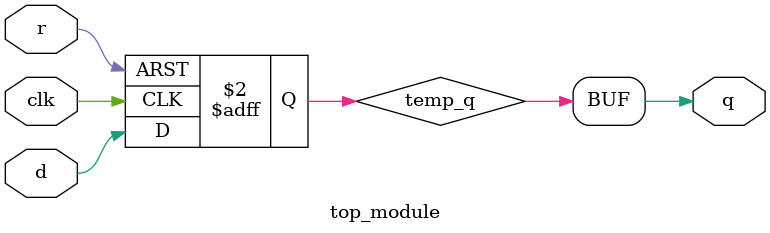
<source format=sv>
module top_module (
	input clk,
	input d,
	input r,
	output logic q
);
	
    // Creating a temporary variable to hold the intermediate value of q
	logic temp_q;
	
    // D flip flop implementation
	always_ff @(posedge clk, posedge r)
	begin
		if (r)
			temp_q <= 1'b0;
		else
			temp_q <= d;
	end
	
	// Assigning the temporary variable value to output q
	assign q = temp_q;
	
endmodule

</source>
